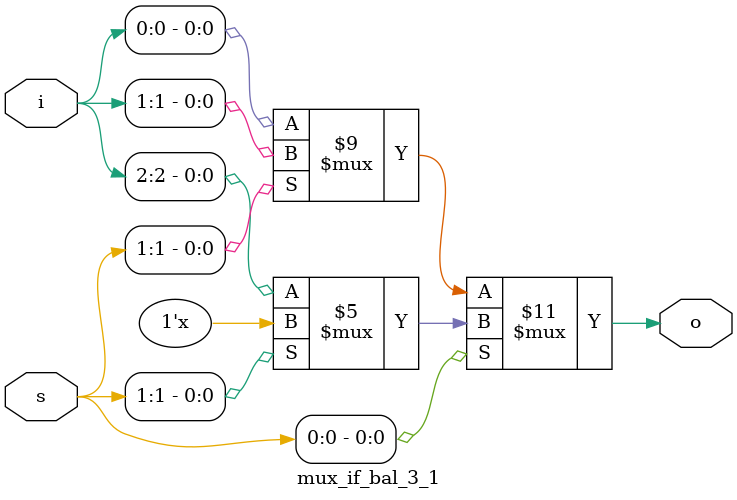
<source format=v>
module mux_if_bal_3_1 #(parameter N=3, parameter W=1) (input [N*W-1:0] i, input [$clog2(N)-1:0] s, output reg [W-1:0] o);
always @* begin
    o <= {{W{{1'bx}}}};
    if (s[0] == 1'b0)
     if (s[1] == 1'b0)
      o <= i[0*W+:W];
     else
      o <= i[1*W+:W];
    else
     if (s[1] == 1'b0)
      o <= i[2*W+:W];
end
endmodule

</source>
